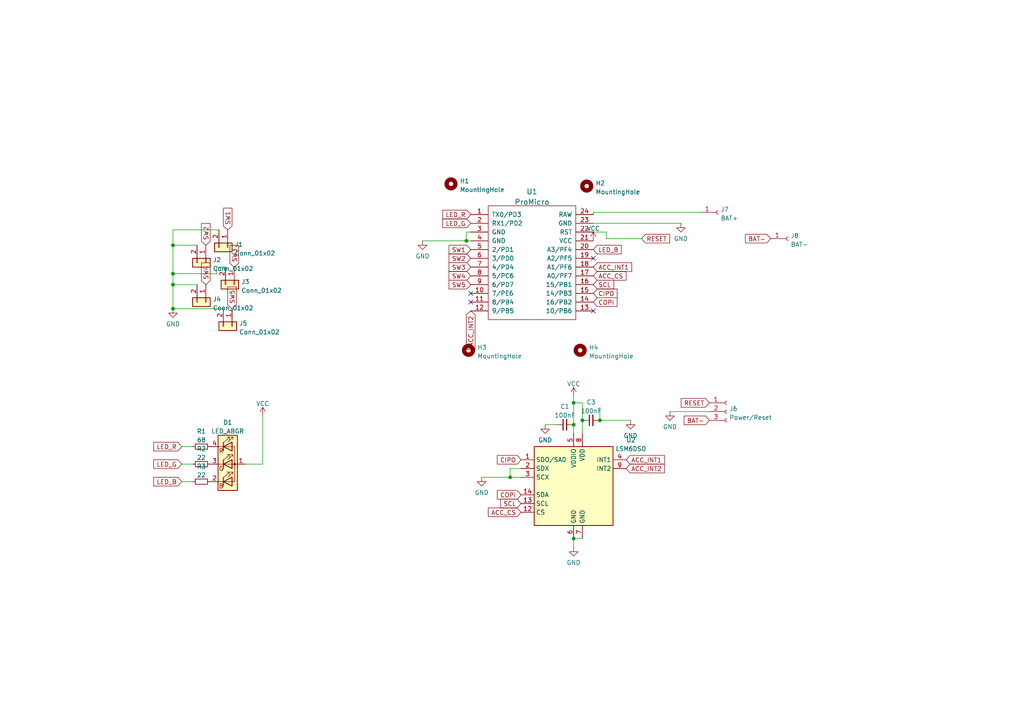
<source format=kicad_sch>
(kicad_sch (version 20211123) (generator eeschema)
  (paper "A4")
  (lib_symbols
    (symbol "Connector:Conn_01x01_Female" (pin_names (offset 1.016) hide)
      (property "Reference" "J" (at 0 2.54 0))
      (property "Value" "Conn_01x01_Female" (at 0 -2.54 0))
      (symbol "Conn_01x01_Female_1_1"
        (polyline (pts (xy -1.27 0) (xy -0.508 0)) (stroke (width 0.1524)))
        (arc (start 0 0.508) (mid -0.508 0) (end 0 -0.508) (stroke (width 0.1524)))
        (pin passive line (at -5.08 0 0) (length 3.81) (name "Pin_1") (number "1"))
      )
    )
    (symbol "Connector:Conn_01x03_Female" (pin_names (offset 1.016) hide)
      (property "Reference" "J" (at 0 5.08 0))
      (property "Value" "Conn_01x03_Female" (at 0 -5.08 0))
      (symbol "Conn_01x03_Female_1_1"
        (arc (start 0 -2.032) (mid -0.508 -2.54) (end 0 -3.048) (stroke (width 0.1524)))
        (polyline (pts (xy -1.27 -2.54) (xy -0.508 -2.54)) (stroke (width 0.1524)))
        (polyline (pts (xy -1.27 0) (xy -0.508 0)) (stroke (width 0.1524)))
        (polyline (pts (xy -1.27 2.54) (xy -0.508 2.54)) (stroke (width 0.1524)))
        (arc (start 0 0.508) (mid -0.508 0) (end 0 -0.508) (stroke (width 0.1524)))
        (arc (start 0 3.048) (mid -0.508 2.54) (end 0 2.032) (stroke (width 0.1524)))
        (pin passive line (at -5.08 2.54 0) (length 3.81) (name "Pin_1") (number "1"))
        (pin passive line (at -5.08 0 0) (length 3.81) (name "Pin_2") (number "2"))
        (pin passive line (at -5.08 -2.54 0) (length 3.81) (name "Pin_3") (number "3"))
      )
    )
    (symbol "Connector_Generic:Conn_01x02" (pin_names (offset 1.016) hide)
      (property "Reference" "J" (at 0 2.54 0))
      (property "Value" "Conn_01x02" (at 0 -5.08 0))
      (symbol "Conn_01x02_1_1"
        (rectangle (start -1.27 -2.413) (end 0 -2.667) (stroke (width 0.1524)))
        (rectangle (start -1.27 0.127) (end 0 -0.127) (stroke (width 0.1524)))
        (rectangle (start -1.27 1.27) (end 1.27 -3.81) (stroke (width 0.254)) (fill (type background)))
        (pin passive line (at -5.08 0 0) (length 3.81) (name "Pin_1") (number "1"))
        (pin passive line (at -5.08 -2.54 0) (length 3.81) (name "Pin_2") (number "2"))
      )
    )
    (symbol "Device:C_Small" (pin_numbers hide) (pin_names (offset 0.254) hide)
      (property "Reference" "C" (at 0.254 1.778 0))
      (property "Value" "C_Small" (at 0.254 -2.032 0))
      (symbol "C_Small_0_1"
        (polyline (pts (xy -1.524 -0.508) (xy 1.524 -0.508)) (stroke (width 0.3302)))
        (polyline (pts (xy -1.524 0.508) (xy 1.524 0.508)) (stroke (width 0.3048)))
      )
      (symbol "C_Small_1_1"
        (pin passive line (at 0 2.54 270) (length 2.032) (name "~") (number "1"))
        (pin passive line (at 0 -2.54 90) (length 2.032) (name "~") (number "2"))
      )
    )
    (symbol "Device:LED_ABGR" (pin_names (offset 0) hide)
      (property "Reference" "D" (at 0 9.398 0))
      (property "Value" "LED_ABGR" (at 0 -8.89 0))
      (symbol "LED_ABGR_0_0"
        (text "B" (at -1.905 -6.35 0) (effects (font (size 1.27 1.27))))
        (text "G" (at -1.905 -1.27 0) (effects (font (size 1.27 1.27))))
        (text "R" (at -1.905 3.81 0) (effects (font (size 1.27 1.27))))
      )
      (symbol "LED_ABGR_0_1"
        (polyline (pts (xy -1.27 -5.08) (xy -2.54 -5.08)))
        (polyline (pts (xy -1.27 -5.08) (xy 1.27 -5.08)))
        (polyline (pts (xy -1.27 -3.81) (xy -1.27 -6.35)) (stroke (width 0.254)))
        (polyline (pts (xy -1.27 0) (xy -2.54 0)))
        (polyline (pts (xy -1.27 1.27) (xy -1.27 -1.27)) (stroke (width 0.254)))
        (polyline (pts (xy -1.27 5.08) (xy -2.54 5.08)))
        (polyline (pts (xy -1.27 5.08) (xy 1.27 5.08)))
        (polyline (pts (xy -1.27 6.35) (xy -1.27 3.81)) (stroke (width 0.254)))
        (polyline (pts (xy 1.27 0) (xy -1.27 0)))
        (polyline (pts (xy 1.27 0) (xy 2.54 0)))
        (polyline (pts (xy -1.27 1.27) (xy -1.27 -1.27) (xy -1.27 -1.27)))
        (polyline (pts (xy -1.27 6.35) (xy -1.27 3.81) (xy -1.27 3.81)))
        (polyline (pts (xy 1.27 -5.08) (xy 2.032 -5.08) (xy 2.032 5.08) (xy 1.27 5.08)))
        (polyline (pts (xy 1.27 -3.81) (xy 1.27 -6.35) (xy -1.27 -5.08) (xy 1.27 -3.81)) (stroke (width 0.254)))
        (polyline (pts (xy 1.27 1.27) (xy 1.27 -1.27) (xy -1.27 0) (xy 1.27 1.27)) (stroke (width 0.254)))
        (polyline (pts (xy 1.27 6.35) (xy 1.27 3.81) (xy -1.27 5.08) (xy 1.27 6.35)) (stroke (width 0.254)))
        (polyline (pts (xy -1.016 -3.81) (xy 0.508 -2.286) (xy -0.254 -2.286) (xy 0.508 -2.286) (xy 0.508 -3.048)))
        (polyline (pts (xy -1.016 1.27) (xy 0.508 2.794) (xy -0.254 2.794) (xy 0.508 2.794) (xy 0.508 2.032)))
        (polyline (pts (xy -1.016 6.35) (xy 0.508 7.874) (xy -0.254 7.874) (xy 0.508 7.874) (xy 0.508 7.112)))
        (polyline (pts (xy 0 -3.81) (xy 1.524 -2.286) (xy 0.762 -2.286) (xy 1.524 -2.286) (xy 1.524 -3.048)))
        (polyline (pts (xy 0 1.27) (xy 1.524 2.794) (xy 0.762 2.794) (xy 1.524 2.794) (xy 1.524 2.032)))
        (polyline (pts (xy 0 6.35) (xy 1.524 7.874) (xy 0.762 7.874) (xy 1.524 7.874) (xy 1.524 7.112)))
        (rectangle (start 1.27 -1.27) (end 1.27 1.27))
        (rectangle (start 1.27 1.27) (end 1.27 1.27))
        (rectangle (start 1.27 3.81) (end 1.27 6.35))
        (rectangle (start 1.27 6.35) (end 1.27 6.35))
        (circle (center 2.032 0) (radius 0.254) (fill (type outline)))
        (rectangle (start 2.794 8.382) (end -2.794 -7.62) (stroke (width 0.254)) (fill (type background)))
      )
      (symbol "LED_ABGR_1_1"
        (pin passive line (at 5.08 0 180) (length 2.54) (name "A") (number "1"))
        (pin passive line (at -5.08 -5.08 0) (length 2.54) (name "BK") (number "2"))
        (pin passive line (at -5.08 0 0) (length 2.54) (name "GK") (number "3"))
        (pin passive line (at -5.08 5.08 0) (length 2.54) (name "RK") (number "4"))
      )
    )
    (symbol "Device:R_Small" (pin_numbers hide) (pin_names (offset 0.254) hide)
      (property "Reference" "R" (at 0.762 0.508 0))
      (property "Value" "R_Small" (at 0.762 -1.016 0))
      (symbol "R_Small_0_1"
        (rectangle (start -0.762 1.778) (end 0.762 -1.778) (stroke (width 0.2032)))
      )
      (symbol "R_Small_1_1"
        (pin passive line (at 0 2.54 270) (length 0.762) (name "~") (number "1"))
        (pin passive line (at 0 -2.54 90) (length 0.762) (name "~") (number "2"))
      )
    )
    (symbol "Mechanical:MountingHole" (pin_names (offset 1.016))
      (property "Reference" "H" (at 0 5.08 0))
      (property "Value" "MountingHole" (at 0 3.175 0))
      (symbol "MountingHole_0_1"
        (circle (center 0 0) (radius 1.27) (stroke (width 1.27)))
      )
    )
    (symbol "Sensor_Motion:LSM6DS3"
      (property "Reference" "U" (at -11.43 15.24 0))
      (property "Value" "LSM6DS3" (at -11.43 12.7 0))
      (symbol "LSM6DS3_0_1"
        (rectangle (start 11.43 11.43) (end -11.43 -11.43) (stroke (width 0.254)) (fill (type background)))
      )
      (symbol "LSM6DS3_1_1"
        (pin bidirectional line (at -15.24 7.62 0) (length 3.81) (name "SDO/SA0") (number "1"))
        (pin no_connect line (at 10.16 -5.08 180) (length 3.81) hide (name "NC") (number "10"))
        (pin no_connect line (at 10.16 -2.54 180) (length 3.81) hide (name "NC") (number "11"))
        (pin input line (at -15.24 -7.62 0) (length 3.81) (name "CS") (number "12"))
        (pin input line (at -15.24 -5.08 0) (length 3.81) (name "SCL") (number "13"))
        (pin bidirectional line (at -15.24 -2.54 0) (length 3.81) (name "SDA") (number "14"))
        (pin bidirectional line (at -15.24 5.08 0) (length 3.81) (name "SDX") (number "2"))
        (pin input line (at -15.24 2.54 0) (length 3.81) (name "SCX") (number "3"))
        (pin output line (at 15.24 7.62 180) (length 3.81) (name "INT1") (number "4"))
        (pin power_in line (at 0 15.24 270) (length 3.81) (name "VDDIO") (number "5"))
        (pin power_in line (at 0 -15.24 90) (length 3.81) (name "GND") (number "6"))
        (pin power_in line (at 2.54 -15.24 90) (length 3.81) (name "GND") (number "7"))
        (pin power_in line (at 2.54 15.24 270) (length 3.81) (name "VDD") (number "8"))
        (pin output line (at 15.24 5.08 180) (length 3.81) (name "INT2") (number "9"))
      )
    )
    (symbol "keebio:ProMicro" (pin_names (offset 1.016))
      (property "Reference" "U" (at 0 0 0))
      (property "Value" "ProMicro" (at 0 -19.05 0))
      (symbol "ProMicro_0_1"
        (rectangle (start -12.7 -16.51) (end 12.7 16.51))
      )
      (symbol "ProMicro_1_1"
        (pin input line (at -17.78 13.97 0) (length 5.08) (name "TX0/PD3") (number "1"))
        (pin input line (at -17.78 -8.89 0) (length 5.08) (name "7/PE6") (number "10"))
        (pin input line (at -17.78 -11.43 0) (length 5.08) (name "8/PB4") (number "11"))
        (pin input line (at -17.78 -13.97 0) (length 5.08) (name "9/PB5") (number "12"))
        (pin input line (at 17.78 -13.97 180) (length 5.08) (name "10/PB6") (number "13"))
        (pin input line (at 17.78 -11.43 180) (length 5.08) (name "16/PB2") (number "14"))
        (pin input line (at 17.78 -8.89 180) (length 5.08) (name "14/PB3") (number "15"))
        (pin input line (at 17.78 -6.35 180) (length 5.08) (name "15/PB1") (number "16"))
        (pin input line (at 17.78 -3.81 180) (length 5.08) (name "A0/PF7") (number "17"))
        (pin input line (at 17.78 -1.27 180) (length 5.08) (name "A1/PF6") (number "18"))
        (pin input line (at 17.78 1.27 180) (length 5.08) (name "A2/PF5") (number "19"))
        (pin input line (at -17.78 11.43 0) (length 5.08) (name "RX1/PD2") (number "2"))
        (pin input line (at 17.78 3.81 180) (length 5.08) (name "A3/PF4") (number "20"))
        (pin input line (at 17.78 6.35 180) (length 5.08) (name "VCC") (number "21"))
        (pin input line (at 17.78 8.89 180) (length 5.08) (name "RST") (number "22"))
        (pin input line (at 17.78 11.43 180) (length 5.08) (name "GND") (number "23"))
        (pin input line (at 17.78 13.97 180) (length 5.08) (name "RAW") (number "24"))
        (pin input line (at -17.78 8.89 0) (length 5.08) (name "GND") (number "3"))
        (pin input line (at -17.78 6.35 0) (length 5.08) (name "GND") (number "4"))
        (pin input line (at -17.78 3.81 0) (length 5.08) (name "2/PD1") (number "5"))
        (pin input line (at -17.78 1.27 0) (length 5.08) (name "3/PD0") (number "6"))
        (pin input line (at -17.78 -1.27 0) (length 5.08) (name "4/PD4") (number "7"))
        (pin input line (at -17.78 -3.81 0) (length 5.08) (name "5/PC6") (number "8"))
        (pin input line (at -17.78 -6.35 0) (length 5.08) (name "6/PD7") (number "9"))
      )
    )
    (symbol "power:GND" (power) (pin_names (offset 0))
      (property "Value" "GND" (at 0 -3.81 0))
      (symbol "GND_0_1"
        (polyline (pts (xy 0 0) (xy 0 -1.27) (xy 1.27 -1.27) (xy 0 -2.54) (xy -1.27 -1.27) (xy 0 -1.27)))
      )
      (symbol "GND_1_1"
        (pin power_in line (at 0 0 270) (length 0) hide (name "GND") (number "1"))
      )
    )
    (symbol "power:VCC" (power) (pin_names (offset 0))
      (property "Value" "VCC" (at 0 3.81 0))
      (symbol "VCC_0_1"
        (polyline (pts (xy -0.762 1.27) (xy 0 2.54)))
        (polyline (pts (xy 0 0) (xy 0 2.54)))
        (polyline (pts (xy 0 2.54) (xy 0.762 1.27)))
      )
      (symbol "VCC_1_1"
        (pin power_in line (at 0 0 90) (length 0) hide (name "VCC") (number "1"))
      )
    )
  )
  (junction (at 50.165 71.12))
  (junction (at 50.165 79.375))
  (junction (at 166.37 156.21))
  (junction (at 166.37 123.19))
  (junction (at 168.91 121.92))
  (junction (at 173.99 121.92))
  (junction (at 135.255 69.85))
  (junction (at 50.165 82.55))
  (junction (at 147.955 138.43))
  (junction (at 166.37 116.84))
  (junction (at 50.165 89.535))
  (no_connect (at 172.085 74.93))
  (no_connect (at 136.525 85.09))
  (no_connect (at 136.525 87.63))
  (no_connect (at 172.085 90.17))
  (wire (pts (xy 50.165 82.55) (xy 50.165 89.535)))
  (wire (pts (xy 62.865 77.47) (xy 62.865 79.375)))
  (wire (pts (xy 76.2 120.65) (xy 76.2 134.62)))
  (wire (pts (xy 50.165 82.55) (xy 57.15 82.55)))
  (wire (pts (xy 166.37 116.84) (xy 168.91 116.84)))
  (wire (pts (xy 158.115 123.19) (xy 161.29 123.19)))
  (wire (pts (xy 168.91 121.92) (xy 168.91 125.73)))
  (wire (pts (xy 172.085 64.77) (xy 197.485 64.77)))
  (wire (pts (xy 172.085 61.595) (xy 203.2 61.595)))
  (wire (pts (xy 166.37 116.84) (xy 166.37 123.19)))
  (wire (pts (xy 172.085 67.31) (xy 175.895 67.31)))
  (wire (pts (xy 166.37 123.19) (xy 166.37 125.73)))
  (wire (pts (xy 50.165 79.375) (xy 50.165 82.55)))
  (wire (pts (xy 147.955 135.89) (xy 147.955 138.43)))
  (wire (pts (xy 65.405 77.47) (xy 62.865 77.47)))
  (wire (pts (xy 52.705 139.7) (xy 55.88 139.7)))
  (wire (pts (xy 166.37 156.21) (xy 166.37 158.75)))
  (wire (pts (xy 136.525 69.85) (xy 135.255 69.85)))
  (wire (pts (xy 166.37 114.935) (xy 166.37 116.84)))
  (wire (pts (xy 175.895 69.215) (xy 186.055 69.215)))
  (wire (pts (xy 52.705 134.62) (xy 55.88 134.62)))
  (wire (pts (xy 136.525 67.31) (xy 135.255 67.31)))
  (wire (pts (xy 173.99 121.92) (xy 182.88 121.92)))
  (wire (pts (xy 194.31 119.38) (xy 205.74 119.38)))
  (wire (pts (xy 151.13 135.89) (xy 147.955 135.89)))
  (wire (pts (xy 50.165 79.375) (xy 62.865 79.375)))
  (wire (pts (xy 135.255 67.31) (xy 135.255 69.85)))
  (wire (pts (xy 50.165 71.12) (xy 57.15 71.12)))
  (wire (pts (xy 50.165 71.12) (xy 50.165 79.375)))
  (wire (pts (xy 166.37 156.21) (xy 168.91 156.21)))
  (wire (pts (xy 139.7 138.43) (xy 147.955 138.43)))
  (wire (pts (xy 50.165 66.675) (xy 50.165 71.12)))
  (wire (pts (xy 175.895 67.31) (xy 175.895 69.215)))
  (wire (pts (xy 168.91 116.84) (xy 168.91 121.92)))
  (wire (pts (xy 147.955 138.43) (xy 151.13 138.43)))
  (wire (pts (xy 173.99 118.11) (xy 173.99 121.92)))
  (wire (pts (xy 172.085 61.595) (xy 172.085 62.23)))
  (wire (pts (xy 64.77 89.535) (xy 50.165 89.535)))
  (wire (pts (xy 122.555 69.85) (xy 135.255 69.85)))
  (wire (pts (xy 50.165 66.675) (xy 63.5 66.675)))
  (wire (pts (xy 52.705 129.54) (xy 55.88 129.54)))
  (wire (pts (xy 76.2 134.62) (xy 71.12 134.62)))
  (global_label "RESET" (shape input) (at 186.055 69.215 0) (property "Intersheet References" "${INTERSHEET_REFS}" (effects hide)))
  (global_label "ACC_INT2" (shape input) (at 181.61 135.89 0) (property "Intersheet References" "${INTERSHEET_REFS}" (effects hide)))
  (global_label "SW2" (shape input) (at 136.525 74.93 180) (property "Intersheet References" "${INTERSHEET_REFS}" (effects hide)))
  (global_label "LED_B" (shape input) (at 52.705 139.7 180) (property "Intersheet References" "${INTERSHEET_REFS}" (effects hide)))
  (global_label "BAT-" (shape input) (at 223.52 69.215 180) (property "Intersheet References" "${INTERSHEET_REFS}" (effects hide)))
  (global_label "SW5" (shape input) (at 67.31 89.535 90) (property "Intersheet References" "${INTERSHEET_REFS}" (effects hide)))
  (global_label "SCL" (shape input) (at 151.13 146.05 180) (property "Intersheet References" "${INTERSHEET_REFS}" (effects hide)))
  (global_label "BAT-" (shape input) (at 205.74 121.92 180) (property "Intersheet References" "${INTERSHEET_REFS}" (effects hide)))
  (global_label "COPI" (shape input) (at 172.085 87.63 0) (property "Intersheet References" "${INTERSHEET_REFS}" (effects hide)))
  (global_label "SW5" (shape input) (at 136.525 82.55 180) (property "Intersheet References" "${INTERSHEET_REFS}" (effects hide)))
  (global_label "CIPO" (shape input) (at 172.085 85.09 0) (property "Intersheet References" "${INTERSHEET_REFS}" (effects hide)))
  (global_label "CIPO" (shape input) (at 151.13 133.35 180) (property "Intersheet References" "${INTERSHEET_REFS}" (effects hide)))
  (global_label "COPI" (shape input) (at 151.13 143.51 180) (property "Intersheet References" "${INTERSHEET_REFS}" (effects hide)))
  (global_label "SW4" (shape input) (at 136.525 80.01 180) (property "Intersheet References" "${INTERSHEET_REFS}" (effects hide)))
  (global_label "ACC_INT1" (shape input) (at 181.61 133.35 0) (property "Intersheet References" "${INTERSHEET_REFS}" (effects hide)))
  (global_label "ACC_CS" (shape input) (at 151.13 148.59 180) (property "Intersheet References" "${INTERSHEET_REFS}" (effects hide)))
  (global_label "SCL" (shape input) (at 172.085 82.55 0) (property "Intersheet References" "${INTERSHEET_REFS}" (effects hide)))
  (global_label "RESET" (shape input) (at 205.74 116.84 180) (property "Intersheet References" "${INTERSHEET_REFS}" (effects hide)))
  (global_label "ACC_INT1" (shape input) (at 172.085 77.47 0) (property "Intersheet References" "${INTERSHEET_REFS}" (effects hide)))
  (global_label "SW1" (shape input) (at 136.525 72.39 180) (property "Intersheet References" "${INTERSHEET_REFS}" (effects hide)))
  (global_label "ACC_CS" (shape input) (at 172.085 80.01 0) (property "Intersheet References" "${INTERSHEET_REFS}" (effects hide)))
  (global_label "LED_G" (shape input) (at 136.525 64.77 180) (property "Intersheet References" "${INTERSHEET_REFS}" (effects hide)))
  (global_label "SW4" (shape input) (at 59.69 82.55 90) (property "Intersheet References" "${INTERSHEET_REFS}" (effects hide)))
  (global_label "ACC_INT2" (shape input) (at 136.525 90.17 270) (property "Intersheet References" "${INTERSHEET_REFS}" (effects hide)))
  (global_label "SW1" (shape input) (at 66.04 66.675 90) (property "Intersheet References" "${INTERSHEET_REFS}" (effects hide)))
  (global_label "LED_B" (shape input) (at 172.085 72.39 0) (property "Intersheet References" "${INTERSHEET_REFS}" (effects hide)))
  (global_label "SW3" (shape input) (at 136.525 77.47 180) (property "Intersheet References" "${INTERSHEET_REFS}" (effects hide)))
  (global_label "LED_R" (shape input) (at 136.525 62.23 180) (property "Intersheet References" "${INTERSHEET_REFS}" (effects hide)))
  (global_label "LED_G" (shape input) (at 52.705 134.62 180) (property "Intersheet References" "${INTERSHEET_REFS}" (effects hide)))
  (global_label "SW3" (shape input) (at 67.945 77.47 90) (property "Intersheet References" "${INTERSHEET_REFS}" (effects hide)))
  (global_label "SW2" (shape input) (at 59.69 71.12 90) (property "Intersheet References" "${INTERSHEET_REFS}" (effects hide)))
  (global_label "LED_R" (shape input) (at 52.705 129.54 180) (property "Intersheet References" "${INTERSHEET_REFS}" (effects hide)))
  (symbol (lib_id "Device:R_Small") (at 58.42 129.54 90) (unit 1)
    (property "Reference" "R1" (at 58.42 125.1036 90))
    (property "Value" "68" (at 58.42 127.6405 90))
    (property "Footprint" "Resistor_SMD:R_0603_1608Metric" (effects hide))
    (property "LCSC Part Number" "C27592" (effects hide))
  )
  (symbol (lib_id "Mechanical:MountingHole") (at 170.18 53.975 0) (unit 1)
    (property "Reference" "H2" (at 172.72 53.1403 0) (effects (justify left)))
    (property "Value" "MountingHole" (at 172.72 55.6772 0) (effects (justify left)))
    (property "Footprint" "MountingHole:MountingHole_2.2mm_M2_Pad" (effects hide))
  )
  (symbol (lib_id "Device:R_Small") (at 58.42 139.7 90) (unit 1)
    (property "Reference" "R3" (at 58.42 135.2636 90))
    (property "Value" "22" (at 58.42 137.8005 90))
    (property "Footprint" "Resistor_SMD:R_0603_1608Metric" (effects hide))
    (property "LCSC Part Number" "C25092" (effects hide))
  )
  (symbol (lib_id "power:GND") (at 139.7 138.43 0) (unit 1)
    (property "Reference" "#PWR0104" (effects hide))
    (property "Value" "GND" (at 139.7 142.8734 0))
  )
  (symbol (lib_id "power:VCC") (at 76.2 120.65 0) (unit 1)
    (property "Reference" "#PWR06" (effects hide))
    (property "Value" "VCC" (at 76.2 117.0742 0))
  )
  (symbol (lib_id "power:GND") (at 197.485 64.77 0) (unit 1)
    (property "Reference" "#PWR0102" (effects hide))
    (property "Value" "GND" (at 197.485 69.2134 0))
  )
  (symbol (lib_id "Connector_Generic:Conn_01x02") (at 59.69 87.63 270) (unit 1)
    (property "Reference" "J4" (at 61.722 86.7953 90) (effects (justify left)))
    (property "Value" "Conn_01x02" (at 61.722 89.3322 90) (effects (justify left)))
    (property "Footprint" "Connector_Molex:Molex_Pico-EZmate_78171-0002_1x02-1MP_P1.20mm_Vertical" (effects hide))
  )
  (symbol (lib_id "Mechanical:MountingHole") (at 135.89 101.6 0) (unit 1)
    (property "Reference" "H3" (at 138.43 100.7653 0) (effects (justify left)))
    (property "Value" "MountingHole" (at 138.43 103.3022 0) (effects (justify left)))
    (property "Footprint" "MountingHole:MountingHole_2.2mm_M2_Pad" (effects hide))
  )
  (symbol (lib_id "Connector_Generic:Conn_01x02") (at 66.04 71.755 270) (unit 1)
    (property "Reference" "J1" (at 68.072 70.9203 90) (effects (justify left)))
    (property "Value" "Conn_01x02" (at 68.072 73.4572 90) (effects (justify left)))
    (property "Footprint" "Connector_Molex:Molex_Pico-EZmate_78171-0002_1x02-1MP_P1.20mm_Vertical" (effects hide))
  )
  (symbol (lib_id "Mechanical:MountingHole") (at 168.275 101.6 0) (unit 1)
    (property "Reference" "H4" (at 170.815 100.7653 0) (effects (justify left)))
    (property "Value" "MountingHole" (at 170.815 103.3022 0) (effects (justify left)))
    (property "Footprint" "MountingHole:MountingHole_2.2mm_M2_Pad" (effects hide))
  )
  (symbol (lib_id "keebio:ProMicro") (at 154.305 76.2 0) (unit 1)
    (property "Reference" "U1" (at 154.305 55.6059 0) (effects (font (size 1.524 1.524))))
    (property "Value" "ProMicro" (at 154.305 58.5993 0) (effects (font (size 1.524 1.524))))
    (property "Footprint" "Keebio-Parts:ArduinoProMicro" (effects hide))
  )
  (symbol (lib_id "Device:LED_ABGR") (at 66.04 134.62 0) (unit 1)
    (property "Reference" "D1" (at 66.04 122.5382 0))
    (property "Value" "LED_ABGR" (at 66.04 125.0751 0))
    (property "Footprint" "LED_SMD:LED_RGB_Wuerth-PLCC4_3.2x2.8mm_150141M173100" (effects hide))
    (property "LCSC Part Number" "C409779" (effects hide))
  )
  (symbol (lib_id "power:GND") (at 50.165 89.535 0) (unit 1)
    (property "Reference" "#PWR0101" (effects hide))
    (property "Value" "GND" (at 50.165 93.9784 0))
  )
  (symbol (lib_id "Device:C_Small") (at 171.45 121.92 90) (unit 1)
    (property "Reference" "C3" (at 171.4563 116.6581 90))
    (property "Value" "100nF" (at 171.4563 119.195 90))
    (property "Footprint" "Capacitor_SMD:C_0603_1608Metric" (effects hide))
    (property "LCSC Part Number" "C14663" (effects hide))
  )
  (symbol (lib_id "power:GND") (at 182.88 121.92 0) (unit 1)
    (property "Reference" "#PWR0103" (effects hide))
    (property "Value" "GND" (at 182.88 126.3634 0))
  )
  (symbol (lib_id "power:VCC") (at 166.37 114.935 0) (unit 1)
    (property "Reference" "#PWR02" (effects hide))
    (property "Value" "VCC" (at 166.37 111.3592 0))
  )
  (symbol (lib_id "Connector_Generic:Conn_01x02") (at 67.31 94.615 270) (unit 1)
    (property "Reference" "J5" (at 69.342 93.7803 90) (effects (justify left)))
    (property "Value" "Conn_01x02" (at 69.342 96.3172 90) (effects (justify left)))
    (property "Footprint" "Connector_Molex:Molex_Pico-EZmate_78171-0002_1x02-1MP_P1.20mm_Vertical" (effects hide))
  )
  (symbol (lib_id "Connector:Conn_01x03_Female") (at 210.82 119.38 0) (unit 1)
    (property "Reference" "J6" (at 211.5312 118.5453 0) (effects (justify left)))
    (property "Value" "Power/Reset" (at 211.5312 121.0822 0) (effects (justify left)))
    (property "Footprint" "Connector_Molex:Molex_Pico-EZmate_78171-0003_1x03-1MP_P1.20mm_Vertical" (effects hide))
  )
  (symbol (lib_id "power:GND") (at 166.37 158.75 0) (unit 1)
    (property "Reference" "#PWR03" (effects hide))
    (property "Value" "GND" (at 166.37 163.1934 0))
  )
  (symbol (lib_id "Mechanical:MountingHole") (at 130.81 53.34 0) (unit 1)
    (property "Reference" "H1" (at 133.35 52.5053 0) (effects (justify left)))
    (property "Value" "MountingHole" (at 133.35 55.0422 0) (effects (justify left)))
    (property "Footprint" "MountingHole:MountingHole_2.2mm_M2_Pad" (effects hide))
  )
  (symbol (lib_id "Device:C_Small") (at 163.83 123.19 90) (unit 1)
    (property "Reference" "C1" (at 163.8363 117.9281 90))
    (property "Value" "100nF" (at 163.8363 120.465 90))
    (property "Footprint" "Capacitor_SMD:C_0603_1608Metric" (effects hide))
    (property "LCSC Part Number" "C14663" (effects hide))
  )
  (symbol (lib_id "Sensor_Motion:LSM6DS3") (at 166.37 140.97 0) (unit 1)
    (property "Reference" "U2" (at 182.9957 127.6435 0))
    (property "Value" "LSM6DSO" (at 182.9957 130.1804 0))
    (property "Footprint" "main:PQFN50P250X300X86-14N" (effects hide))
    (property "Datasheet" "www.st.com/resource/en/datasheet/lsm6ds3.pdf" (effects hide))
  )
  (symbol (lib_id "power:GND") (at 158.115 123.19 0) (unit 1)
    (property "Reference" "#PWR01" (effects hide))
    (property "Value" "GND" (at 158.115 127.6334 0))
  )
  (symbol (lib_id "Connector:Conn_01x01_Female") (at 228.6 69.215 0) (unit 1)
    (property "Reference" "J8" (at 229.3112 68.3803 0) (effects (justify left)))
    (property "Value" "BAT-" (at 229.3112 70.9172 0) (effects (justify left)))
    (property "Footprint" "Connector_PinSocket_2.54mm:PinSocket_1x01_P2.54mm_Vertical" (effects hide))
  )
  (symbol (lib_id "power:VCC") (at 172.085 69.85 0) (unit 1)
    (property "Reference" "#PWR04" (effects hide))
    (property "Value" "VCC" (at 172.085 66.2742 0))
  )
  (symbol (lib_id "Connector:Conn_01x01_Female") (at 208.28 61.595 0) (unit 1)
    (property "Reference" "J7" (at 208.9912 60.7603 0) (effects (justify left)))
    (property "Value" "BAT+" (at 208.9912 63.2972 0) (effects (justify left)))
    (property "Footprint" "Connector_PinSocket_2.54mm:PinSocket_1x01_P2.54mm_Vertical" (effects hide))
  )
  (symbol (lib_id "power:GND") (at 194.31 119.38 0) (unit 1)
    (property "Reference" "#PWR05" (effects hide))
    (property "Value" "GND" (at 194.31 123.8234 0))
  )
  (symbol (lib_id "Connector_Generic:Conn_01x02") (at 67.945 82.55 270) (unit 1)
    (property "Reference" "J3" (at 69.977 81.7153 90) (effects (justify left)))
    (property "Value" "Conn_01x02" (at 69.977 84.2522 90) (effects (justify left)))
    (property "Footprint" "Connector_Molex:Molex_Pico-EZmate_78171-0002_1x02-1MP_P1.20mm_Vertical" (effects hide))
  )
  (symbol (lib_id "Connector_Generic:Conn_01x02") (at 59.69 76.2 270) (unit 1)
    (property "Reference" "J2" (at 61.722 75.3653 90) (effects (justify left)))
    (property "Value" "Conn_01x02" (at 61.722 77.9022 90) (effects (justify left)))
    (property "Footprint" "Connector_Molex:Molex_Pico-EZmate_78171-0002_1x02-1MP_P1.20mm_Vertical" (effects hide))
  )
  (symbol (lib_id "power:GND") (at 122.555 69.85 0) (unit 1)
    (property "Reference" "#PWR07" (effects hide))
    (property "Value" "GND" (at 122.555 74.2934 0))
  )
  (symbol (lib_id "Device:R_Small") (at 58.42 134.62 90) (unit 1)
    (property "Reference" "R2" (at 58.42 130.1836 90))
    (property "Value" "22" (at 58.42 132.7205 90))
    (property "Footprint" "Resistor_SMD:R_0603_1608Metric" (effects hide))
    (property "LCSC Part Number" "C25092" (effects hide))
  )
)
</source>
